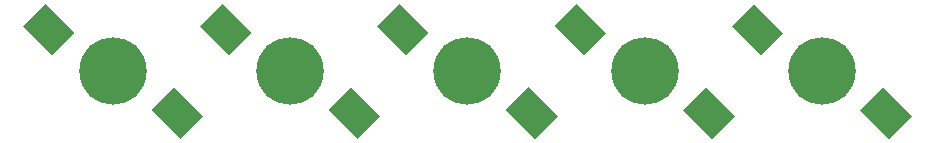
<source format=gbr>
G04 #@! TF.GenerationSoftware,KiCad,Pcbnew,(5.1.5-0-10_14)*
G04 #@! TF.CreationDate,2020-04-19T21:27:58+02:00*
G04 #@! TF.ProjectId,inuk-passive-led-shield,696e756b-2d70-4617-9373-6976652d6c65,rev?*
G04 #@! TF.SameCoordinates,Original*
G04 #@! TF.FileFunction,Paste,Top*
G04 #@! TF.FilePolarity,Positive*
%FSLAX46Y46*%
G04 Gerber Fmt 4.6, Leading zero omitted, Abs format (unit mm)*
G04 Created by KiCad (PCBNEW (5.1.5-0-10_14)) date 2020-04-19 21:27:58*
%MOMM*%
%LPD*%
G04 APERTURE LIST*
%ADD10C,5.700000*%
%ADD11C,0.100000*%
G04 APERTURE END LIST*
D10*
X135000000Y-130000000D03*
D11*
G36*
X142636753Y-133818377D02*
G01*
X140727565Y-135727565D01*
X138252691Y-133252691D01*
X140161879Y-131343503D01*
X142636753Y-133818377D01*
G37*
G36*
X131747309Y-126747309D02*
G01*
X129838121Y-128656497D01*
X127363247Y-126181623D01*
X129272435Y-124272435D01*
X131747309Y-126747309D01*
G37*
D10*
X120000000Y-130000000D03*
D11*
G36*
X127636753Y-133818377D02*
G01*
X125727565Y-135727565D01*
X123252691Y-133252691D01*
X125161879Y-131343503D01*
X127636753Y-133818377D01*
G37*
G36*
X116747309Y-126747309D02*
G01*
X114838121Y-128656497D01*
X112363247Y-126181623D01*
X114272435Y-124272435D01*
X116747309Y-126747309D01*
G37*
D10*
X105000000Y-130000000D03*
D11*
G36*
X112636753Y-133818377D02*
G01*
X110727565Y-135727565D01*
X108252691Y-133252691D01*
X110161879Y-131343503D01*
X112636753Y-133818377D01*
G37*
G36*
X101747309Y-126747309D02*
G01*
X99838121Y-128656497D01*
X97363247Y-126181623D01*
X99272435Y-124272435D01*
X101747309Y-126747309D01*
G37*
D10*
X90000000Y-130000000D03*
D11*
G36*
X97636753Y-133818377D02*
G01*
X95727565Y-135727565D01*
X93252691Y-133252691D01*
X95161879Y-131343503D01*
X97636753Y-133818377D01*
G37*
G36*
X86747309Y-126747309D02*
G01*
X84838121Y-128656497D01*
X82363247Y-126181623D01*
X84272435Y-124272435D01*
X86747309Y-126747309D01*
G37*
D10*
X75000000Y-130000000D03*
D11*
G36*
X82636753Y-133818377D02*
G01*
X80727565Y-135727565D01*
X78252691Y-133252691D01*
X80161879Y-131343503D01*
X82636753Y-133818377D01*
G37*
G36*
X71747309Y-126747309D02*
G01*
X69838121Y-128656497D01*
X67363247Y-126181623D01*
X69272435Y-124272435D01*
X71747309Y-126747309D01*
G37*
M02*

</source>
